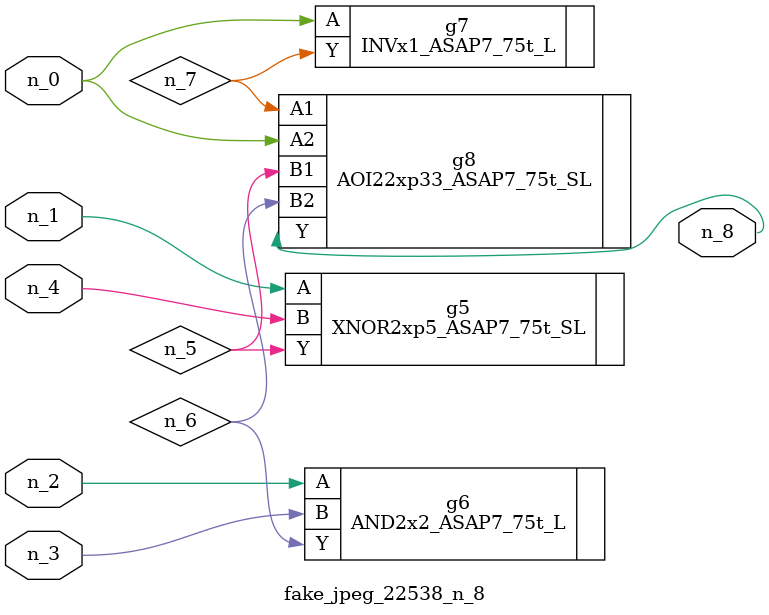
<source format=v>
module fake_jpeg_22538_n_8 (n_3, n_2, n_1, n_0, n_4, n_8);

input n_3;
input n_2;
input n_1;
input n_0;
input n_4;

output n_8;

wire n_6;
wire n_5;
wire n_7;

XNOR2xp5_ASAP7_75t_SL g5 ( 
.A(n_1),
.B(n_4),
.Y(n_5)
);

AND2x2_ASAP7_75t_L g6 ( 
.A(n_2),
.B(n_3),
.Y(n_6)
);

INVx1_ASAP7_75t_L g7 ( 
.A(n_0),
.Y(n_7)
);

AOI22xp33_ASAP7_75t_SL g8 ( 
.A1(n_7),
.A2(n_0),
.B1(n_5),
.B2(n_6),
.Y(n_8)
);


endmodule
</source>
